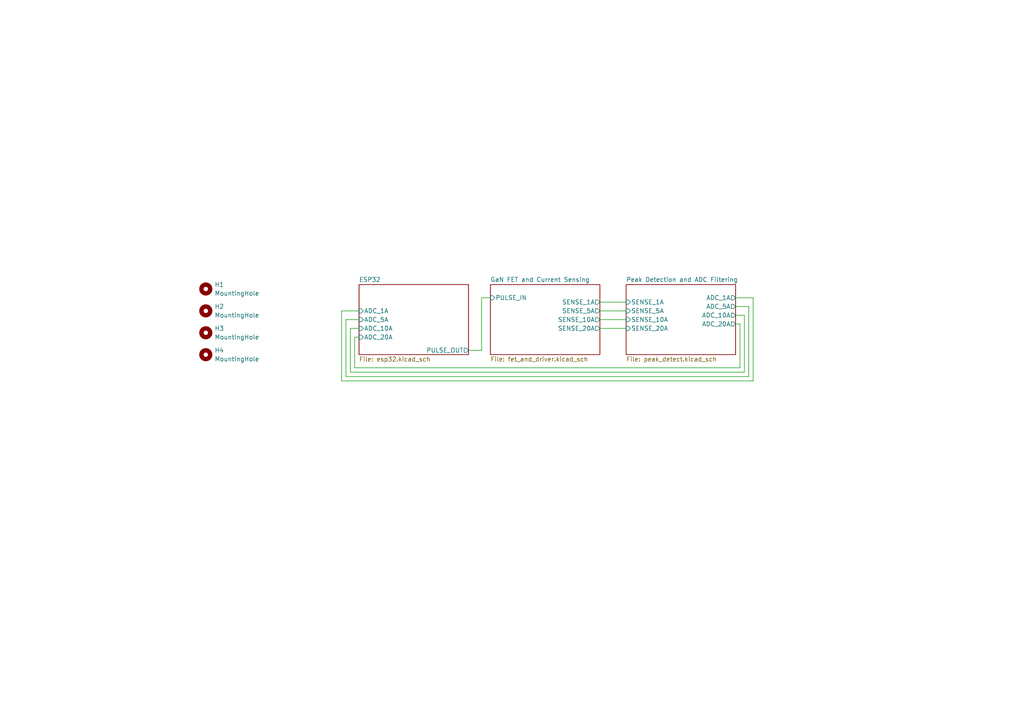
<source format=kicad_sch>
(kicad_sch (version 20230121) (generator eeschema)
  (paper "A4")
  (title_block (title "LD Current Pulse Supply") (date "2023-07-13") (rev "v0.5") (company "Doug Wagner") (comment 1 "Binghamton University"))
  (lib_symbols
    (symbol "Mechanical:MountingHole" (pin_names (offset 1.016))
      (property "Reference" "H" (at 0 5.08 0))
      (property "Value" "MountingHole" (at 0 3.175 0))
      (symbol "MountingHole_0_1"
        (circle (center 0 0) (radius 1.27) (stroke (width 1.27)))
      )
    )
  )
  (wire (pts (xy 217.17 88.9) (xy 217.17 109.22)))
  (wire (pts (xy 99.06 90.17) (xy 104.14 90.17)))
  (wire (pts (xy 135.89 101.6) (xy 139.7 101.6)))
  (wire (pts (xy 213.36 91.44) (xy 215.9 91.44)))
  (wire (pts (xy 215.9 107.95) (xy 101.6 107.95)))
  (wire (pts (xy 173.99 90.17) (xy 181.61 90.17)))
  (wire (pts (xy 139.7 86.36) (xy 142.24 86.36)))
  (wire (pts (xy 213.36 86.36) (xy 218.44 86.36)))
  (wire (pts (xy 218.44 110.49) (xy 99.06 110.49)))
  (wire (pts (xy 214.63 106.68) (xy 102.87 106.68)))
  (wire (pts (xy 214.63 93.98) (xy 214.63 106.68)))
  (wire (pts (xy 101.6 107.95) (xy 101.6 95.25)))
  (wire (pts (xy 139.7 101.6) (xy 139.7 86.36)))
  (wire (pts (xy 213.36 88.9) (xy 217.17 88.9)))
  (wire (pts (xy 99.06 110.49) (xy 99.06 90.17)))
  (wire (pts (xy 218.44 86.36) (xy 218.44 110.49)))
  (wire (pts (xy 100.33 92.71) (xy 104.14 92.71)))
  (wire (pts (xy 102.87 106.68) (xy 102.87 97.79)))
  (wire (pts (xy 101.6 95.25) (xy 104.14 95.25)))
  (wire (pts (xy 217.17 109.22) (xy 100.33 109.22)))
  (wire (pts (xy 215.9 91.44) (xy 215.9 107.95)))
  (wire (pts (xy 173.99 87.63) (xy 181.61 87.63)))
  (wire (pts (xy 213.36 93.98) (xy 214.63 93.98)))
  (wire (pts (xy 102.87 97.79) (xy 104.14 97.79)))
  (wire (pts (xy 173.99 92.71) (xy 181.61 92.71)))
  (wire (pts (xy 173.99 95.25) (xy 181.61 95.25)))
  (wire (pts (xy 100.33 109.22) (xy 100.33 92.71)))
  (symbol (lib_id "Mechanical:MountingHole") (at 59.69 102.87 0) (unit 1)
    (property "Reference" "H4" (at 62.23 101.6 0) (effects (justify left)))
    (property "Value" "MountingHole" (at 62.23 104.14 0) (effects (justify left)))
    (property "Footprint" "MountingHole:MountingHole_3.5mm" (effects hide))
  )
  (symbol (lib_id "Mechanical:MountingHole") (at 59.69 90.17 0) (unit 1)
    (property "Reference" "H2" (at 62.23 88.9 0) (effects (justify left)))
    (property "Value" "MountingHole" (at 62.23 91.44 0) (effects (justify left)))
    (property "Footprint" "MountingHole:MountingHole_3.5mm" (effects hide))
  )
  (symbol (lib_id "Mechanical:MountingHole") (at 59.69 83.82 0) (unit 1)
    (property "Reference" "H1" (at 62.23 82.55 0) (effects (justify left)))
    (property "Value" "MountingHole" (at 62.23 85.09 0) (effects (justify left)))
    (property "Footprint" "MountingHole:MountingHole_3.5mm" (effects hide))
  )
  (symbol (lib_id "Mechanical:MountingHole") (at 59.69 96.52 0) (unit 1)
    (property "Reference" "H3" (at 62.23 95.25 0) (effects (justify left)))
    (property "Value" "MountingHole" (at 62.23 97.79 0) (effects (justify left)))
    (property "Footprint" "MountingHole:MountingHole_3.5mm" (effects hide))
  )
  (sheet (at 142.24 82.55) (size 31.75 20.32) (stroke (width 0.1524))
    (property "Sheetname" "GaN FET and Current Sensing" (at 142.24 81.8384 0) (effects (justify left bottom)))
    (property "Sheetfile" "fet_and_driver.kicad_sch" (at 142.24 103.4546 0) (effects (justify left top)))
    (pin "PULSE_IN" input (at 142.24 86.36 180))
    (pin "SENSE_1A" output (at 173.99 87.63 0))
    (pin "SENSE_10A" output (at 173.99 92.71 0))
    (pin "SENSE_5A" output (at 173.99 90.17 0))
    (pin "SENSE_20A" output (at 173.99 95.25 0))
  )
  (sheet (at 181.61 82.55) (size 31.75 20.32) (stroke (width 0.1524))
    (property "Sheetname" "Peak Detection and ADC Filtering" (at 181.61 81.8384 0) (effects (justify left bottom)))
    (property "Sheetfile" "peak_detect.kicad_sch" (at 181.61 103.4546 0) (effects (justify left top)))
    (pin "ADC_1A" output (at 213.36 86.36 0))
    (pin "ADC_5A" output (at 213.36 88.9 0))
    (pin "ADC_20A" output (at 213.36 93.98 0))
    (pin "ADC_10A" output (at 213.36 91.44 0))
    (pin "SENSE_1A" input (at 181.61 87.63 180))
    (pin "SENSE_5A" input (at 181.61 90.17 180))
    (pin "SENSE_10A" input (at 181.61 92.71 180))
    (pin "SENSE_20A" input (at 181.61 95.25 180))
  )
  (sheet (at 104.14 82.55) (size 31.75 20.32) (stroke (width 0.1524))
    (property "Sheetname" "ESP32" (at 104.14 81.8384 0) (effects (justify left bottom)))
    (property "Sheetfile" "esp32.kicad_sch" (at 104.14 103.4546 0) (effects (justify left top)))
    (pin "PULSE_OUT" output (at 135.89 101.6 0))
    (pin "ADC_10A" input (at 104.14 95.25 180))
    (pin "ADC_20A" input (at 104.14 97.79 180))
    (pin "ADC_5A" input (at 104.14 92.71 180))
    (pin "ADC_1A" input (at 104.14 90.17 180))
  )
)
</source>
